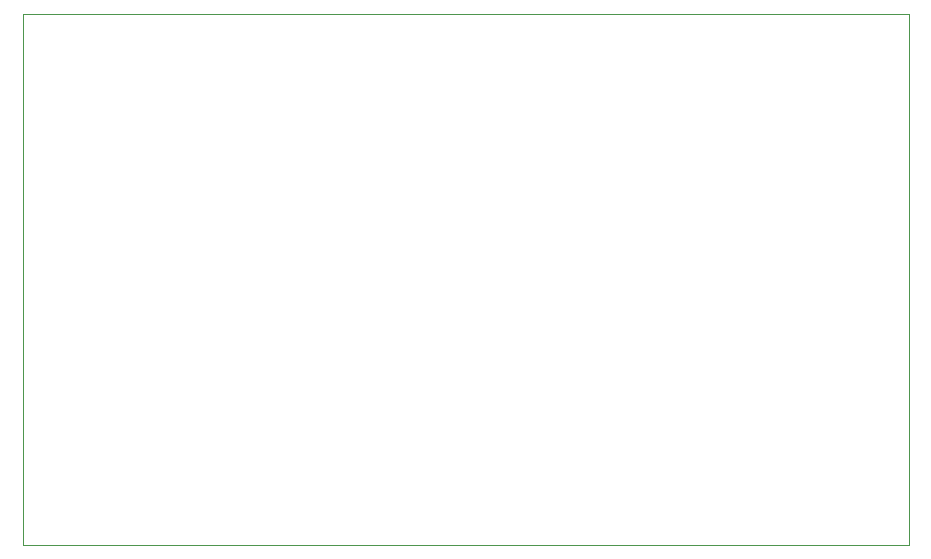
<source format=gko>
G04 (created by PCBNEW (2013-03-31 BZR 4008)-stable) date 16/06/2013 11:35:49 PM*
%MOIN*%
G04 Gerber Fmt 3.4, Leading zero omitted, Abs format*
%FSLAX34Y34*%
G01*
G70*
G90*
G04 APERTURE LIST*
%ADD10C,0.005*%
%ADD11C,0.00393701*%
G04 APERTURE END LIST*
G54D10*
G54D11*
X68897Y-49409D02*
X98425Y-49409D01*
X68897Y-67125D02*
X98425Y-67125D01*
X68897Y-49409D02*
X68897Y-67125D01*
X98425Y-67125D02*
X98425Y-49409D01*
X98425Y-49409D02*
X98425Y-67125D01*
M02*

</source>
